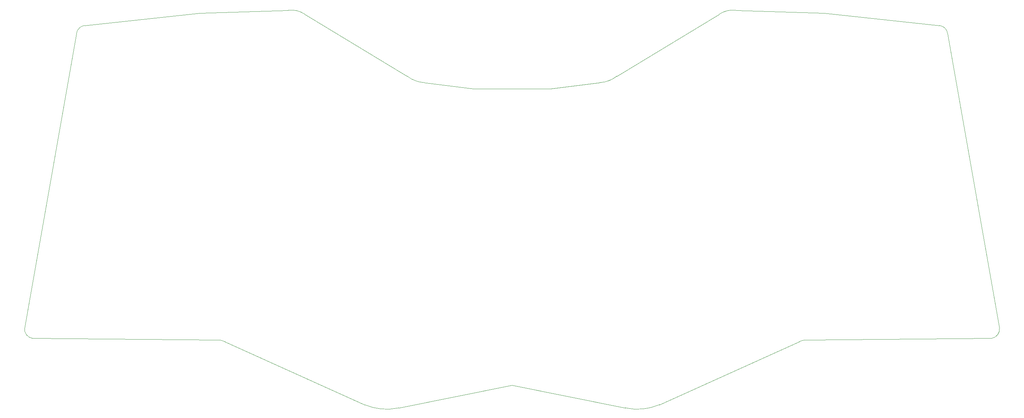
<source format=gm1>
G04 #@! TF.GenerationSoftware,KiCad,Pcbnew,(5.1.5)-3*
G04 #@! TF.CreationDate,2020-04-21T23:52:31+02:00*
G04 #@! TF.ProjectId,Marv-Atreus,4d617276-2d41-4747-9265-75732e6b6963,rev?*
G04 #@! TF.SameCoordinates,Original*
G04 #@! TF.FileFunction,Profile,NP*
%FSLAX46Y46*%
G04 Gerber Fmt 4.6, Leading zero omitted, Abs format (unit mm)*
G04 Created by KiCad (PCBNEW (5.1.5)-3) date 2020-04-21 23:52:31*
%MOMM*%
%LPD*%
G04 APERTURE LIST*
%ADD10C,0.100000*%
G04 APERTURE END LIST*
D10*
X69291999Y-134688001D02*
X103582001Y-150181999D01*
X103582001Y-150181999D02*
G75*
G03X111906166Y-150942564I5333999J12445999D01*
G01*
X111906166Y-150942564D02*
X139650000Y-145356000D01*
X35001217Y-57218087D02*
G75*
G03X32970000Y-59250000I254783J-2285913D01*
G01*
X139650000Y-72720000D02*
X149048000Y-72720000D01*
X257122128Y-133908772D02*
X211786000Y-134293553D01*
X257122128Y-133908772D02*
G75*
G03X259029999Y-131386001I-378128J2268772D01*
G01*
X194503507Y-53491943D02*
G75*
G03X190450001Y-54424001I-751507J-6012057D01*
G01*
X211784761Y-134293553D02*
G75*
G03X210008001Y-134688001I1239J-4204447D01*
G01*
X194503507Y-53491943D02*
X216104000Y-54170000D01*
X210008001Y-134688001D02*
X175717999Y-150181999D01*
X167393834Y-150942564D02*
G75*
G03X175717999Y-150181999I2990166J13206564D01*
G01*
X161242399Y-71222785D02*
G75*
G03X165303999Y-69663999I-510399J7400785D01*
G01*
X246330000Y-59250000D02*
X259030000Y-131386000D01*
X165303999Y-69663999D02*
X190450001Y-54424001D01*
X246329912Y-59249217D02*
G75*
G03X244297999Y-57218001I-2285912J-254783D01*
G01*
X149048000Y-72720000D02*
X161242399Y-71222785D01*
X216104000Y-54170000D02*
X244298000Y-57218000D01*
X167393834Y-150942564D02*
X139650000Y-145356000D01*
X113996001Y-69663999D02*
G75*
G03X118057601Y-71222785I4571999J5841999D01*
G01*
X88849999Y-54424001D02*
G75*
G03X84796493Y-53491943I-3301999J-5079999D01*
G01*
X69291999Y-134688001D02*
G75*
G03X67514000Y-134293553I-1777999J-3809999D01*
G01*
X22177872Y-133908772D02*
X67514000Y-134293553D01*
X20270001Y-131386000D02*
G75*
G03X22177872Y-133908772I2285999J-254000D01*
G01*
X32970000Y-59250000D02*
X20270000Y-131386000D01*
X63196000Y-54170000D02*
X35002000Y-57218000D01*
X84796493Y-53491943D02*
X63196000Y-54170000D01*
X113996001Y-69663999D02*
X88849999Y-54424001D01*
X130252000Y-72720000D02*
X118057601Y-71222785D01*
X139650000Y-72720000D02*
X130252000Y-72720000D01*
M02*

</source>
